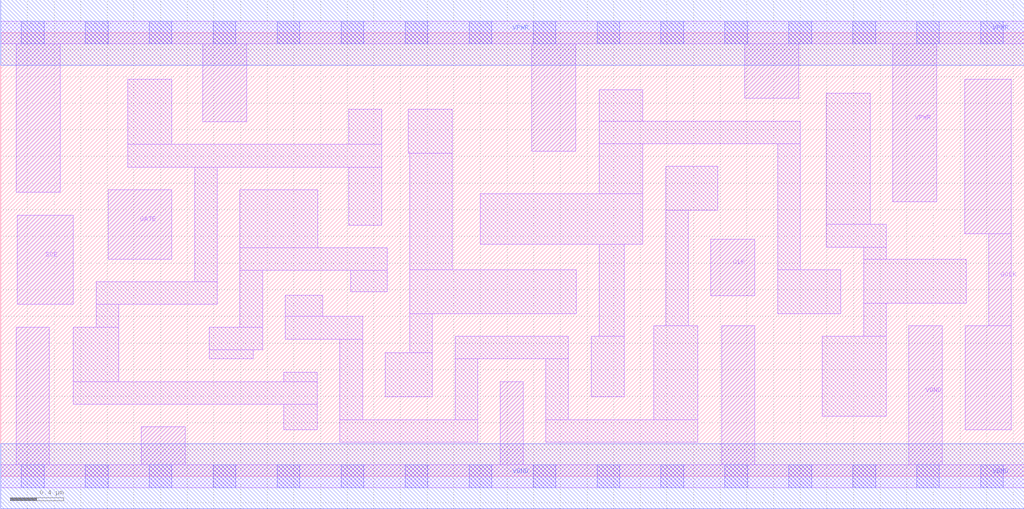
<source format=lef>
# Copyright 2020 The SkyWater PDK Authors
#
# Licensed under the Apache License, Version 2.0 (the "License");
# you may not use this file except in compliance with the License.
# You may obtain a copy of the License at
#
#     https://www.apache.org/licenses/LICENSE-2.0
#
# Unless required by applicable law or agreed to in writing, software
# distributed under the License is distributed on an "AS IS" BASIS,
# WITHOUT WARRANTIES OR CONDITIONS OF ANY KIND, either express or implied.
# See the License for the specific language governing permissions and
# limitations under the License.
#
# SPDX-License-Identifier: Apache-2.0

VERSION 5.7 ;
  NAMESCASESENSITIVE ON ;
  NOWIREEXTENSIONATPIN ON ;
  DIVIDERCHAR "/" ;
  BUSBITCHARS "[]" ;
UNITS
  DATABASE MICRONS 200 ;
END UNITS
MACRO sky130_fd_sc_ls__sdlclkp_1
  CLASS CORE ;
  SOURCE USER ;
  FOREIGN sky130_fd_sc_ls__sdlclkp_1 ;
  ORIGIN  0.000000  0.000000 ;
  SIZE  7.680000 BY  3.330000 ;
  SYMMETRY X Y ;
  SITE unit ;
  PIN GATE
    ANTENNAGATEAREA  0.208500 ;
    DIRECTION INPUT ;
    USE SIGNAL ;
    PORT
      LAYER li1 ;
        RECT 0.805000 1.630000 1.285000 2.150000 ;
    END
  END GATE
  PIN GCLK
    ANTENNADIFFAREA  0.632800 ;
    DIRECTION OUTPUT ;
    USE SIGNAL ;
    PORT
      LAYER li1 ;
        RECT 7.235000 1.820000 7.585000 2.980000 ;
        RECT 7.240000 0.350000 7.585000 1.130000 ;
        RECT 7.415000 1.130000 7.585000 1.820000 ;
    END
  END GCLK
  PIN SCE
    ANTENNAGATEAREA  0.208500 ;
    DIRECTION INPUT ;
    USE SIGNAL ;
    PORT
      LAYER li1 ;
        RECT 0.125000 1.290000 0.545000 1.960000 ;
    END
  END SCE
  PIN CLK
    ANTENNAGATEAREA  0.459000 ;
    DIRECTION INPUT ;
    USE CLOCK ;
    PORT
      LAYER li1 ;
        RECT 5.330000 1.355000 5.660000 1.780000 ;
    END
  END CLK
  PIN VGND
    DIRECTION INOUT ;
    SHAPE ABUTMENT ;
    USE GROUND ;
    PORT
      LAYER li1 ;
        RECT 0.000000 -0.085000 7.680000 0.085000 ;
        RECT 0.115000  0.085000 0.365000 1.120000 ;
        RECT 1.055000  0.085000 1.385000 0.370000 ;
        RECT 3.750000  0.085000 3.920000 0.710000 ;
        RECT 5.410000  0.085000 5.660000 1.130000 ;
        RECT 6.815000  0.085000 7.065000 1.130000 ;
      LAYER mcon ;
        RECT 0.155000 -0.085000 0.325000 0.085000 ;
        RECT 0.635000 -0.085000 0.805000 0.085000 ;
        RECT 1.115000 -0.085000 1.285000 0.085000 ;
        RECT 1.595000 -0.085000 1.765000 0.085000 ;
        RECT 2.075000 -0.085000 2.245000 0.085000 ;
        RECT 2.555000 -0.085000 2.725000 0.085000 ;
        RECT 3.035000 -0.085000 3.205000 0.085000 ;
        RECT 3.515000 -0.085000 3.685000 0.085000 ;
        RECT 3.995000 -0.085000 4.165000 0.085000 ;
        RECT 4.475000 -0.085000 4.645000 0.085000 ;
        RECT 4.955000 -0.085000 5.125000 0.085000 ;
        RECT 5.435000 -0.085000 5.605000 0.085000 ;
        RECT 5.915000 -0.085000 6.085000 0.085000 ;
        RECT 6.395000 -0.085000 6.565000 0.085000 ;
        RECT 6.875000 -0.085000 7.045000 0.085000 ;
        RECT 7.355000 -0.085000 7.525000 0.085000 ;
      LAYER met1 ;
        RECT 0.000000 -0.245000 7.680000 0.245000 ;
    END
  END VGND
  PIN VPWR
    DIRECTION INOUT ;
    SHAPE ABUTMENT ;
    USE POWER ;
    PORT
      LAYER li1 ;
        RECT 0.000000 3.245000 7.680000 3.415000 ;
        RECT 0.115000 2.130000 0.445000 3.245000 ;
        RECT 1.515000 2.660000 1.845000 3.245000 ;
        RECT 3.985000 2.440000 4.315000 3.245000 ;
        RECT 5.585000 2.835000 5.990000 3.245000 ;
        RECT 6.695000 2.060000 7.025000 3.245000 ;
      LAYER mcon ;
        RECT 0.155000 3.245000 0.325000 3.415000 ;
        RECT 0.635000 3.245000 0.805000 3.415000 ;
        RECT 1.115000 3.245000 1.285000 3.415000 ;
        RECT 1.595000 3.245000 1.765000 3.415000 ;
        RECT 2.075000 3.245000 2.245000 3.415000 ;
        RECT 2.555000 3.245000 2.725000 3.415000 ;
        RECT 3.035000 3.245000 3.205000 3.415000 ;
        RECT 3.515000 3.245000 3.685000 3.415000 ;
        RECT 3.995000 3.245000 4.165000 3.415000 ;
        RECT 4.475000 3.245000 4.645000 3.415000 ;
        RECT 4.955000 3.245000 5.125000 3.415000 ;
        RECT 5.435000 3.245000 5.605000 3.415000 ;
        RECT 5.915000 3.245000 6.085000 3.415000 ;
        RECT 6.395000 3.245000 6.565000 3.415000 ;
        RECT 6.875000 3.245000 7.045000 3.415000 ;
        RECT 7.355000 3.245000 7.525000 3.415000 ;
      LAYER met1 ;
        RECT 0.000000 3.085000 7.680000 3.575000 ;
    END
  END VPWR
  OBS
    LAYER li1 ;
      RECT 0.545000 0.540000 2.375000 0.710000 ;
      RECT 0.545000 0.710000 0.885000 1.120000 ;
      RECT 0.715000 1.120000 0.885000 1.290000 ;
      RECT 0.715000 1.290000 1.625000 1.460000 ;
      RECT 0.955000 2.320000 2.860000 2.490000 ;
      RECT 0.955000 2.490000 1.285000 2.980000 ;
      RECT 1.455000 1.460000 1.625000 2.320000 ;
      RECT 1.565000 0.880000 1.895000 0.950000 ;
      RECT 1.565000 0.950000 1.965000 1.120000 ;
      RECT 1.795000 1.120000 1.965000 1.545000 ;
      RECT 1.795000 1.545000 2.900000 1.715000 ;
      RECT 1.795000 1.715000 2.380000 2.150000 ;
      RECT 2.125000 0.350000 2.375000 0.540000 ;
      RECT 2.125000 0.710000 2.375000 0.780000 ;
      RECT 2.135000 1.030000 2.715000 1.200000 ;
      RECT 2.135000 1.200000 2.415000 1.360000 ;
      RECT 2.545000 0.255000 3.580000 0.425000 ;
      RECT 2.545000 0.425000 2.715000 1.030000 ;
      RECT 2.610000 1.885000 2.860000 2.320000 ;
      RECT 2.610000 2.490000 2.860000 2.755000 ;
      RECT 2.625000 1.385000 2.900000 1.545000 ;
      RECT 2.885000 0.595000 3.240000 0.925000 ;
      RECT 3.060000 2.425000 3.390000 2.755000 ;
      RECT 3.070000 0.925000 3.240000 1.220000 ;
      RECT 3.070000 1.220000 4.320000 1.550000 ;
      RECT 3.070000 1.550000 3.390000 2.425000 ;
      RECT 3.410000 0.425000 3.580000 0.880000 ;
      RECT 3.410000 0.880000 4.260000 1.050000 ;
      RECT 3.600000 1.740000 4.820000 2.120000 ;
      RECT 4.090000 0.255000 5.230000 0.425000 ;
      RECT 4.090000 0.425000 4.260000 0.880000 ;
      RECT 4.430000 0.595000 4.680000 1.050000 ;
      RECT 4.490000 1.050000 4.680000 1.740000 ;
      RECT 4.490000 2.120000 4.820000 2.495000 ;
      RECT 4.490000 2.495000 6.000000 2.665000 ;
      RECT 4.490000 2.665000 4.820000 2.900000 ;
      RECT 4.900000 0.425000 5.230000 1.130000 ;
      RECT 4.990000 1.130000 5.160000 1.995000 ;
      RECT 4.990000 1.995000 5.380000 2.325000 ;
      RECT 5.830000 1.220000 6.305000 1.550000 ;
      RECT 5.830000 1.550000 6.000000 2.495000 ;
      RECT 6.165000 0.450000 6.645000 1.050000 ;
      RECT 6.195000 1.720000 6.645000 1.890000 ;
      RECT 6.195000 1.890000 6.525000 2.875000 ;
      RECT 6.475000 1.050000 6.645000 1.300000 ;
      RECT 6.475000 1.300000 7.245000 1.630000 ;
      RECT 6.475000 1.630000 6.645000 1.720000 ;
  END
END sky130_fd_sc_ls__sdlclkp_1

</source>
